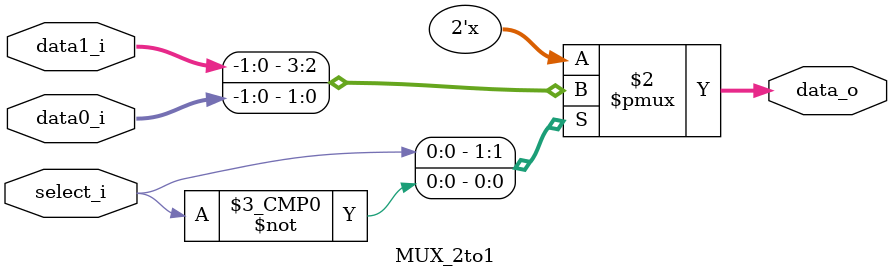
<source format=v>
`timescale 1ns / 1ps
/*******************************************************************
 * Create Date: 	2016/05/14
 * Design Name: 	Pipeline CPU
 * Module Name:		MUX_2to1 
 * Project Name: 	Architecture Project_3 Pipeline CPU
 ******************************************************************/
     
module MUX_2to1(
	data0_i,
	data1_i,
	select_i,
	data_o
);

	parameter size = 0;
	
	input [size-1:0] data0_i;
	input [size-1:0] data1_i;
	input select_i;
	output reg [size-1:0] data_o;
	
	always @(*) begin
		case(select_i)
			1'b1:	data_o = data1_i;
			1'b0:	data_o = data0_i;
		endcase
	end

endmodule 
</source>
